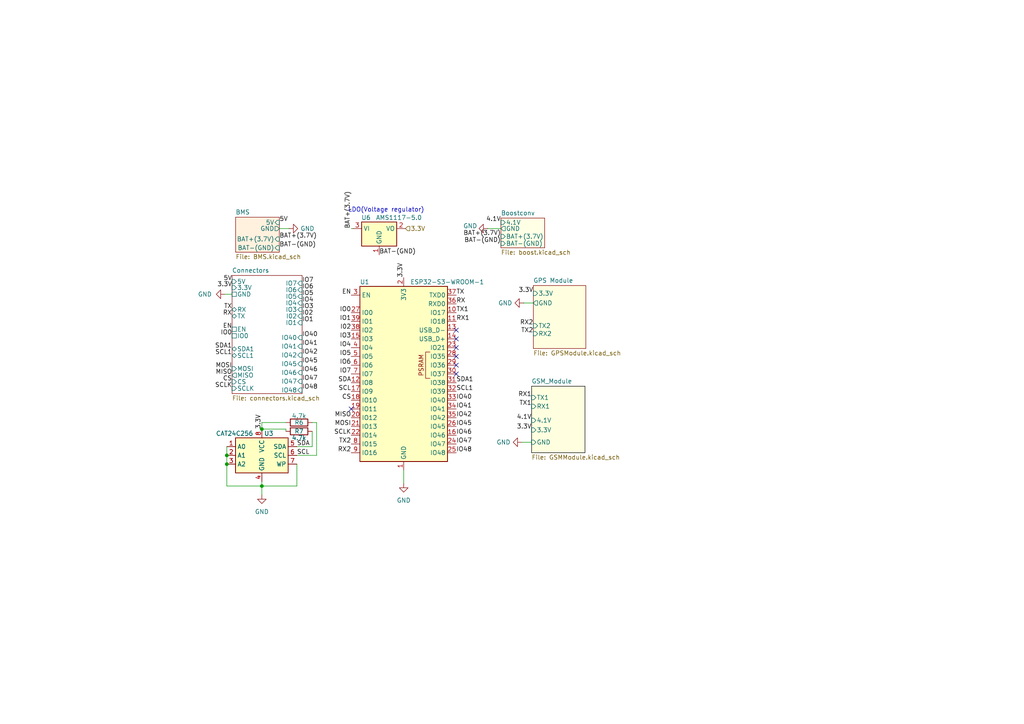
<source format=kicad_sch>
(kicad_sch (version 20250114) (generator "eeschema") (generator_version "9.0")
  (paper "A4")
  (lib_symbols
    (symbol "Device:R" (pin_numbers (hide yes)) (pin_names (offset 0))
      (property "Reference" "R" (at 2.032 0 90))
      (property "Value" "R" (at 0 0 90))
      (symbol "R_0_1"
        (rectangle (start -1.016 -2.54) (end 1.016 2.54) (stroke (width 0.254)))
      )
      (symbol "R_1_1"
        (pin passive line (at 0 3.81 270) (length 1.27) (name "~") (number "1"))
        (pin passive line (at 0 -3.81 90) (length 1.27) (name "~") (number "2"))
      )
    )
    (symbol "Memory_EEPROM:CAT24C256"
      (property "Reference" "U" (at -6.35 6.35 0))
      (property "Value" "CAT24C256" (at 1.27 6.35 0))
      (symbol "CAT24C256_1_1"
        (rectangle (start -7.62 5.08) (end 7.62 -5.08) (stroke (width 0.254)) (fill (type background)))
        (pin input line (at -10.16 2.54 0) (length 2.54) (name "A0") (number "1"))
        (pin input line (at -10.16 0 0) (length 2.54) (name "A1") (number "2"))
        (pin input line (at -10.16 -2.54 0) (length 2.54) (name "A2") (number "3"))
        (pin power_in line (at 0 7.62 270) (length 2.54) (name "VCC") (number "8"))
        (pin power_in line (at 0 -7.62 90) (length 2.54) (name "GND") (number "4"))
        (pin bidirectional line (at 10.16 2.54 180) (length 2.54) (name "SDA") (number "5"))
        (pin input line (at 10.16 0 180) (length 2.54) (name "SCL") (number "6"))
        (pin input line (at 10.16 -2.54 180) (length 2.54) (name "WP") (number "7"))
      )
    )
    (symbol "RF_Module:ESP32-S3-WROOM-1"
      (property "Reference" "U" (at -12.7 26.67 0))
      (property "Value" "ESP32-S3-WROOM-1" (at 12.7 26.67 0))
      (symbol "ESP32-S3-WROOM-1_0_0"
        (rectangle (start -12.7 25.4) (end 12.7 -25.4) (stroke (width 0.254)) (fill (type background)))
        (text "PSRAM" (at 5.08 2.54 900) (effects (font (size 1.27 1.27))))
      )
      (symbol "ESP32-S3-WROOM-1_0_1"
        (polyline (pts (xy 7.62 -1.27) (xy 6.35 -1.27) (xy 6.35 6.35) (xy 7.62 6.35)))
      )
      (symbol "ESP32-S3-WROOM-1_1_1"
        (pin input line (at -15.24 22.86 0) (length 2.54) (name "EN") (number "3"))
        (pin bidirectional line (at -15.24 17.78 0) (length 2.54) (name "IO0") (number "27"))
        (pin bidirectional line (at -15.24 15.24 0) (length 2.54) (name "IO1") (number "39"))
        (pin bidirectional line (at -15.24 12.7 0) (length 2.54) (name "IO2") (number "38"))
        (pin bidirectional line (at -15.24 10.16 0) (length 2.54) (name "IO3") (number "15"))
        (pin bidirectional line (at -15.24 7.62 0) (length 2.54) (name "IO4") (number "4"))
        (pin bidirectional line (at -15.24 5.08 0) (length 2.54) (name "IO5") (number "5"))
        (pin bidirectional line (at -15.24 2.54 0) (length 2.54) (name "IO6") (number "6"))
        (pin bidirectional line (at -15.24 0 0) (length 2.54) (name "IO7") (number "7"))
        (pin bidirectional line (at -15.24 -2.54 0) (length 2.54) (name "IO8") (number "12"))
        (pin bidirectional line (at -15.24 -5.08 0) (length 2.54) (name "IO9") (number "17"))
        (pin bidirectional line (at -15.24 -7.62 0) (length 2.54) (name "IO10") (number "18"))
        (pin bidirectional line (at -15.24 -10.16 0) (length 2.54) (name "IO11") (number "19"))
        (pin bidirectional line (at -15.24 -12.7 0) (length 2.54) (name "IO12") (number "20"))
        (pin bidirectional line (at -15.24 -15.24 0) (length 2.54) (name "IO13") (number "21"))
        (pin bidirectional line (at -15.24 -17.78 0) (length 2.54) (name "IO14") (number "22"))
        (pin bidirectional line (at -15.24 -20.32 0) (length 2.54) (name "IO15") (number "8"))
        (pin bidirectional line (at -15.24 -22.86 0) (length 2.54) (name "IO16") (number "9"))
        (pin power_in line (at 0 27.94 270) (length 2.54) (name "3V3") (number "2"))
        (pin power_in line (at 0 -27.94 90) (length 2.54) (name "GND") (number "1"))
        (pin passive line (at 0 -27.94 90) (length 2.54) (hide yes) (name "GND") (number "40"))
        (pin passive line (at 0 -27.94 90) (length 2.54) (hide yes) (name "GND") (number "41"))
        (pin bidirectional line (at 15.24 22.86 180) (length 2.54) (name "TXD0") (number "37"))
        (pin bidirectional line (at 15.24 20.32 180) (length 2.54) (name "RXD0") (number "36"))
        (pin bidirectional line (at 15.24 17.78 180) (length 2.54) (name "IO17") (number "10"))
        (pin bidirectional line (at 15.24 15.24 180) (length 2.54) (name "IO18") (number "11"))
        (pin bidirectional line (at 15.24 12.7 180) (length 2.54) (name "USB_D-") (number "13"))
        (pin bidirectional line (at 15.24 10.16 180) (length 2.54) (name "USB_D+") (number "14"))
        (pin bidirectional line (at 15.24 7.62 180) (length 2.54) (name "IO21") (number "23"))
        (pin bidirectional line (at 15.24 5.08 180) (length 2.54) (name "IO35") (number "28"))
        (pin bidirectional line (at 15.24 2.54 180) (length 2.54) (name "IO36") (number "29"))
        (pin bidirectional line (at 15.24 0 180) (length 2.54) (name "IO37") (number "30"))
        (pin bidirectional line (at 15.24 -2.54 180) (length 2.54) (name "IO38") (number "31"))
        (pin bidirectional line (at 15.24 -5.08 180) (length 2.54) (name "IO39") (number "32"))
        (pin bidirectional line (at 15.24 -7.62 180) (length 2.54) (name "IO40") (number "33"))
        (pin bidirectional line (at 15.24 -10.16 180) (length 2.54) (name "IO41") (number "34"))
        (pin bidirectional line (at 15.24 -12.7 180) (length 2.54) (name "IO42") (number "35"))
        (pin bidirectional line (at 15.24 -15.24 180) (length 2.54) (name "IO45") (number "26"))
        (pin bidirectional line (at 15.24 -17.78 180) (length 2.54) (name "IO46") (number "16"))
        (pin bidirectional line (at 15.24 -20.32 180) (length 2.54) (name "IO47") (number "24"))
        (pin bidirectional line (at 15.24 -22.86 180) (length 2.54) (name "IO48") (number "25"))
      )
    )
    (symbol "Regulator_Linear:AMS1117-5.0"
      (property "Reference" "U" (at -3.81 3.175 0))
      (property "Value" "AMS1117-5.0" (at 0 3.175 0))
      (symbol "AMS1117-5.0_0_1"
        (rectangle (start -5.08 -5.08) (end 5.08 1.905) (stroke (width 0.254)) (fill (type background)))
      )
      (symbol "AMS1117-5.0_1_1"
        (pin power_in line (at -7.62 0 0) (length 2.54) (name "VI") (number "3"))
        (pin power_in line (at 0 -7.62 90) (length 2.54) (name "GND") (number "1"))
        (pin power_out line (at 7.62 0 180) (length 2.54) (name "VO") (number "2"))
      )
    )
    (symbol "power:GND" (power) (pin_numbers (hide yes)) (pin_names (offset 0) (hide yes))
      (property "Value" "GND" (at 0 -3.81 0))
      (symbol "GND_0_1"
        (polyline (pts (xy 0 0) (xy 0 -1.27) (xy 1.27 -1.27) (xy 0 -2.54) (xy -1.27 -1.27) (xy 0 -1.27)))
      )
      (symbol "GND_1_1"
        (pin power_in line (at 0 0 270) (length 0) (name "~") (number "1"))
      )
    )
  )
  (text "LDO(Voltage regulator)" (at 112.014 60.96 0) (effects (font (size 1.27 1.27))))
  (junction (at 65.786 132.08))
  (junction (at 75.946 140.97))
  (junction (at 75.946 124.46))
  (junction (at 65.786 134.62))
  (no_connect (at 132.334 98.298))
  (no_connect (at 132.334 105.918))
  (no_connect (at 132.334 100.838))
  (no_connect (at 101.854 118.618))
  (no_connect (at 132.334 95.758))
  (no_connect (at 132.334 103.378))
  (no_connect (at 132.334 108.458))
  (wire (pts (xy 101.854 66.294) (xy 102.362 66.294)))
  (wire (pts (xy 86.106 140.97) (xy 75.946 140.97)))
  (wire (pts (xy 151.384 128.27) (xy 154.178 128.27)))
  (wire (pts (xy 151.892 87.884) (xy 154.686 87.884)))
  (wire (pts (xy 90.551 122.555) (xy 91.821 122.555)))
  (wire (pts (xy 65.786 140.97) (xy 65.786 134.62)))
  (wire (pts (xy 91.821 132.08) (xy 86.106 132.08)))
  (wire (pts (xy 117.094 136.398) (xy 117.094 140.208)))
  (wire (pts (xy 86.106 134.62) (xy 86.106 140.97)))
  (wire (pts (xy 75.946 122.555) (xy 75.946 124.46)))
  (wire (pts (xy 65.786 129.54) (xy 65.786 132.08)))
  (wire (pts (xy 83.82 66.294) (xy 81.026 66.294)))
  (wire (pts (xy 65.786 132.08) (xy 65.786 134.62)))
  (wire (pts (xy 141.478 66.294) (xy 145.288 66.294)))
  (wire (pts (xy 75.946 140.97) (xy 75.946 143.51)))
  (wire (pts (xy 75.946 124.46) (xy 82.931 124.46)))
  (wire (pts (xy 91.821 122.555) (xy 91.821 132.08)))
  (wire (pts (xy 90.551 129.54) (xy 86.106 129.54)))
  (wire (pts (xy 65.278 85.344) (xy 67.31 85.344)))
  (wire (pts (xy 82.931 124.46) (xy 82.931 125.095)))
  (wire (pts (xy 75.946 139.7) (xy 75.946 140.97)))
  (wire (pts (xy 90.551 125.095) (xy 90.551 129.54)))
  (wire (pts (xy 75.946 140.97) (xy 65.786 140.97)))
  (wire (pts (xy 82.931 122.555) (xy 75.946 122.555)))
  (label "IO45" (at 87.63 105.537 0))
  (label "RX1" (at 154.178 115.316 180))
  (label "IO47" (at 132.334 128.778 0))
  (label "5V" (at 67.31 81.661 180))
  (label "SDA" (at 101.854 110.998 180))
  (label "IO4" (at 87.63 87.884 0))
  (label "4.1V" (at 145.288 64.516 180))
  (label "IO0" (at 101.854 90.678 180))
  (label "TX1" (at 132.334 90.678 0))
  (label "IO4" (at 101.854 100.838 180))
  (label "BAT+(3.7V)" (at 101.854 66.294 90))
  (label "5V" (at 81.026 64.516 0))
  (label "IO7" (at 87.63 82.169 0))
  (label "IO3" (at 101.854 98.298 180))
  (label "SCLK" (at 67.31 112.649 180))
  (label "IO47" (at 87.63 110.617 0))
  (label "4.1V" (at 154.178 121.92 180))
  (label "3.3V" (at 117.094 80.518 90))
  (label "3.3V" (at 154.178 124.714 180))
  (label "SCL" (at 101.854 113.538 180))
  (label "IO40" (at 87.63 97.917 0))
  (label "IO41" (at 132.334 118.618 0))
  (label "MISO" (at 101.854 121.158 180))
  (label "SDA1" (at 132.334 110.998 0))
  (label "BAT-(GND)" (at 81.026 71.882 0))
  (label "BAT-(GND)" (at 145.288 70.612 180))
  (label "SDA" (at 86.106 129.54 0))
  (label "SCL1" (at 67.31 103.124 180))
  (label "3.3V" (at 75.946 124.46 90))
  (label "IO0" (at 67.31 97.409 180))
  (label "EN" (at 67.31 95.504 180))
  (label "BAT+(3.7V)" (at 145.288 68.58 180))
  (label "SDA1" (at 67.31 101.219 180))
  (label "RX2" (at 101.854 131.318 180))
  (label "3.3V" (at 67.31 83.439 180))
  (label "TX" (at 67.31 89.789 180))
  (label "SCLK" (at 101.854 126.238 180))
  (label "TX2" (at 101.854 128.778 180))
  (label "MISO" (at 67.31 108.839 180))
  (label "TX" (at 132.334 85.598 0))
  (label "RX" (at 132.334 88.138 0))
  (label "IO46" (at 87.63 108.077 0))
  (label "RX1" (at 132.334 93.218 0))
  (label "CS" (at 101.854 116.078 180))
  (label "IO5" (at 87.63 85.979 0))
  (label "IO42" (at 132.334 121.158 0))
  (label "SCL1" (at 132.334 113.538 0))
  (label "MOSI" (at 67.31 106.934 180))
  (label "RX2" (at 154.686 94.488 180))
  (label "IO41" (at 87.63 100.457 0))
  (label "IO1" (at 87.63 93.599 0))
  (label "IO45" (at 132.334 123.698 0))
  (label "IO7" (at 101.854 108.458 180))
  (label "IO1" (at 101.854 93.218 180))
  (label "I02" (at 101.854 95.758 180))
  (label "IO48" (at 87.63 113.157 0))
  (label "TX1" (at 154.178 117.856 180))
  (label "IO6" (at 87.63 84.074 0))
  (label "IO40" (at 132.334 116.078 0))
  (label "EN" (at 101.854 85.598 180))
  (label "3.3V" (at 154.686 85.09 180))
  (label "I02" (at 87.63 91.694 0))
  (label "RX" (at 67.31 91.694 180))
  (label "CS" (at 67.31 110.744 180))
  (label "SCL" (at 86.106 132.08 0))
  (label "BAT-(GND)" (at 109.982 73.914 0))
  (label "IO48" (at 132.334 131.318 0))
  (label "MOSI" (at 101.854 123.698 180))
  (label "IO46" (at 132.334 126.238 0))
  (label "BAT+(3.7V)" (at 81.026 69.342 0))
  (label "IO6" (at 101.854 105.918 180))
  (label "IO5" (at 101.854 103.378 180))
  (label "IO42" (at 87.63 102.997 0))
  (label "TX2" (at 154.686 96.774 180))
  (label "IO3" (at 87.63 89.789 0))
  (hierarchical_label "3.3V" (shape input) (at 117.602 66.294 0))
  (symbol (lib_id "Memory_EEPROM:CAT24C256") (at 75.946 132.08 0) (unit 1)
    (property "Reference" "U3" (at 76.581 125.73 0) (effects (justify left)))
    (property "Value" "CAT24C256" (at 62.611 125.73 0) (effects (justify left)))
    (property "Footprint" "Package_SO:SOIC-8_3.9x4.9mm_P1.27mm" (effects (hide yes)))
    (property "Datasheet" "https://www.onsemi.cn/PowerSolutions/document/CAT24C256-D.PDF" (effects (hide yes)))
    (property "Description" "256 kb CMOS Serial EEPROM, DIP-8/SOIC-8/TSSOP-8/DFN-8" (effects (hide yes)))
  )
  (symbol (lib_id "power:GND") (at 151.384 128.27 270) (unit 1)
    (property "Reference" "#PWR016" (effects (hide yes)))
    (property "Value" "GND" (at 148.082 128.2699 90) (effects (justify right)))
    (property "Description" "Power symbol creates a global label with name \"GND\" , ground" (effects (hide yes)))
  )
  (symbol (lib_id "power:GND") (at 151.892 87.884 270) (unit 1)
    (property "Reference" "#PWR019" (effects (hide yes)))
    (property "Value" "GND" (at 148.59 87.8839 90) (effects (justify right)))
    (property "Description" "Power symbol creates a global label with name \"GND\" , ground" (effects (hide yes)))
  )
  (symbol (lib_id "power:GND") (at 117.094 140.208 0) (unit 1)
    (property "Reference" "#PWR05" (effects (hide yes)))
    (property "Value" "GND" (at 117.094 145.1272 0))
    (property "Description" "Power symbol creates a global label with name \"GND\" , ground" (effects (hide yes)))
  )
  (symbol (lib_id "power:GND") (at 65.278 85.344 270) (unit 1)
    (property "Reference" "#PWR015" (effects (hide yes)))
    (property "Value" "GND" (at 61.468 85.3439 90) (effects (justify right)))
    (property "Description" "Power symbol creates a global label with name \"GND\" , ground" (effects (hide yes)))
  )
  (symbol (lib_id "power:GND") (at 83.82 66.294 90) (unit 1)
    (property "Reference" "#PWR020" (effects (hide yes)))
    (property "Value" "GND" (at 87.122 66.2941 90) (effects (justify right)))
    (property "Description" "Power symbol creates a global label with name \"GND\" , ground" (effects (hide yes)))
  )
  (symbol (lib_id "power:GND") (at 75.946 143.51 0) (unit 1)
    (property "Reference" "#PWR07" (effects (hide yes)))
    (property "Value" "GND" (at 75.946 148.4292 0))
    (property "Description" "Power symbol creates a global label with name \"GND\" , ground" (effects (hide yes)))
  )
  (symbol (lib_id "power:GND") (at 141.478 66.294 270) (unit 1)
    (property "Reference" "#PWR014" (effects (hide yes)))
    (property "Value" "GND" (at 138.43 65.532 90) (effects (justify right)))
    (property "Description" "Power symbol creates a global label with name \"GND\" , ground" (effects (hide yes)))
  )
  (symbol (lib_id "Device:R") (at 86.741 122.555 90) (unit 1)
    (property "Reference" "R6" (at 86.741 122.555 90))
    (property "Value" "4.7k" (at 86.741 120.65 90))
    (property "Footprint" "Resistor_SMD:R_0805_2012Metric" (effects (hide yes)))
    (property "Description" "Resistor" (effects (hide yes)))
  )
  (symbol (lib_id "Device:R") (at 86.741 125.095 90) (unit 1)
    (property "Reference" "R7" (at 86.741 125.095 90))
    (property "Value" "4.7k" (at 86.741 127 90))
    (property "Footprint" "Resistor_SMD:R_0805_2012Metric" (effects (hide yes)))
    (property "Description" "Resistor" (effects (hide yes)))
  )
  (symbol (lib_id "RF_Module:ESP32-S3-WROOM-1") (at 117.094 108.458 0) (unit 1)
    (property "Reference" "U1" (at 104.394 81.788 0) (effects (justify left)))
    (property "Value" "ESP32-S3-WROOM-1" (at 118.999 81.788 0) (effects (justify left)))
    (property "Footprint" "RF_Module:ESP32-S3-WROOM-1" (effects (hide yes)))
    (property "Datasheet" "https://www.espressif.com/sites/default/files/documentation/esp32-s3-wroom-1_wroom-1u_datasheet_en.pdf" (effects (hide yes)))
    (property "Description" "RF Module, ESP32-S3 SoC, Wi-Fi 802.11b/g/n, Bluetooth, BLE, 32-bit, 3.3V, onboard antenna, SMD" (effects (hide yes)))
  )
  (symbol (lib_id "Regulator_Linear:AMS1117-5.0") (at 109.982 66.294 0) (unit 1)
    (property "Reference" "U6" (at 106.172 63.119 0))
    (property "Value" "AMS1117-5.0" (at 115.697 63.119 0))
    (property "Footprint" "Package_TO_SOT_SMD:SOT-223-3_TabPin2" (effects (hide yes)))
    (property "Datasheet" "http://www.advanced-monolithic.com/pdf/ds1117.pdf" (effects (hide yes)))
    (property "Description" "1A Low Dropout regulator, positive, 5.0V fixed output, SOT-223" (effects (hide yes)))
  )
  (sheet (at 154.178 112.014) (size 15.494 19.304) (stroke (width 0.1524) (color 0 0 0 1)) (fill (color 255 255 194 0.5000))
    (property "Sheetname" "GSM_Module" (at 154.178 111.3024 0) (effects (justify left bottom)))
    (property "Sheetfile" "GSMModule.kicad_sch" (at 154.178 131.9026 0) (effects (justify left top)))
    (pin "RX1" input (at 154.178 117.856 180))
    (pin "TX1" input (at 154.178 115.316 180))
    (pin "4.1V" input (at 154.178 121.92 180))
    (pin "GND" input (at 154.178 128.27 180))
    (pin "3.3V" input (at 154.178 124.714 180))
  )
  (sheet (at 68.326 62.992) (size 12.7 10.16) (stroke (width 0.1524)) (fill (color 255 229 191 0.5000))
    (property "Sheetname" "BMS" (at 68.326 62.2804 0) (effects (justify left bottom)))
    (property "Sheetfile" "BMS.kicad_sch" (at 68.326 73.7366 0) (effects (justify left top)))
    (pin "GND" output (at 81.026 66.294 0))
    (pin "5V" input (at 81.026 64.516 0))
    (pin "BAT+(3.7V)" input (at 81.026 69.342 0))
    (pin "BAT-(GND)" input (at 81.026 71.882 0))
  )
  (sheet (at 154.686 82.804) (size 15.24 18.288) (stroke (width 0.1524)) (fill (color 255 255 194 0.5000))
    (property "Sheetname" "GPS Module" (at 154.686 82.0924 0) (effects (justify left bottom)))
    (property "Sheetfile" "GPSModule.kicad_sch" (at 154.686 101.6766 0) (effects (justify left top)))
    (pin "3.3V" input (at 154.686 85.09 180))
    (pin "RX2" input (at 154.686 96.774 180))
    (pin "GND" output (at 154.686 87.884 180))
    (pin "TX2" input (at 154.686 94.488 180))
  )
  (sheet (at 145.288 63.246) (size 12.7 8.636) (stroke (width 0.1524)) (fill (color 255 255 194 0.4000))
    (property "Sheetname" "Boostconv" (at 145.288 62.5344 0) (effects (justify left bottom)))
    (property "Sheetfile" "boost.kicad_sch" (at 145.288 72.4666 0) (effects (justify left top)))
    (pin "4.1V" input (at 145.288 64.516 180))
    (pin "GND" output (at 145.288 66.294 180))
    (pin "BAT-(GND)" input (at 145.288 70.612 180))
    (pin "BAT+(3.7V)" input (at 145.288 68.58 180))
  )
  (sheet (at 67.31 79.883) (size 20.32 34.29) (stroke (width 0.1524)) (fill (color 255 255 255 0.5000))
    (property "Sheetname" "Connectors" (at 67.31 79.1714 0) (effects (justify left bottom)))
    (property "Sheetfile" "connectors.kicad_sch" (at 67.31 114.7576 0) (effects (justify left top)))
    (pin "EN" passive (at 67.31 95.504 180))
    (pin "SCLK" input (at 67.31 112.649 180))
    (pin "CS" input (at 67.31 110.744 180))
    (pin "5V" input (at 67.31 81.661 180))
    (pin "RX" bidirectional (at 67.31 89.789 180))
    (pin "TX" bidirectional (at 67.31 91.694 180))
    (pin "3.3V" input (at 67.31 83.439 180))
    (pin "GND" passive (at 67.31 85.344 180))
    (pin "SDA1" bidirectional (at 67.31 101.219 180))
    (pin "SCL1" bidirectional (at 67.31 103.124 180))
    (pin "IO0" passive (at 67.31 97.409 180))
    (pin "MISO" output (at 67.31 108.839 180))
    (pin "MOSI" input (at 67.31 106.934 180))
    (pin "IO47" input (at 87.63 110.617 0))
    (pin "IO40" input (at 87.63 97.917 0))
    (pin "IO41" input (at 87.63 100.457 0))
    (pin "IO45" input (at 87.63 105.537 0))
    (pin "IO48" input (at 87.63 113.157 0))
    (pin "IO42" input (at 87.63 102.997 0))
    (pin "IO46" input (at 87.63 108.077 0))
    (pin "IO3" input (at 87.63 89.789 0))
    (pin "IO6" input (at 87.63 84.074 0))
    (pin "IO5" input (at 87.63 85.979 0))
    (pin "IO4" input (at 87.63 87.884 0))
    (pin "IO1" input (at 87.63 93.599 0))
    (pin "I02" input (at 87.63 91.694 0))
    (pin "IO7" input (at 87.63 82.169 0))
  )
)
</source>
